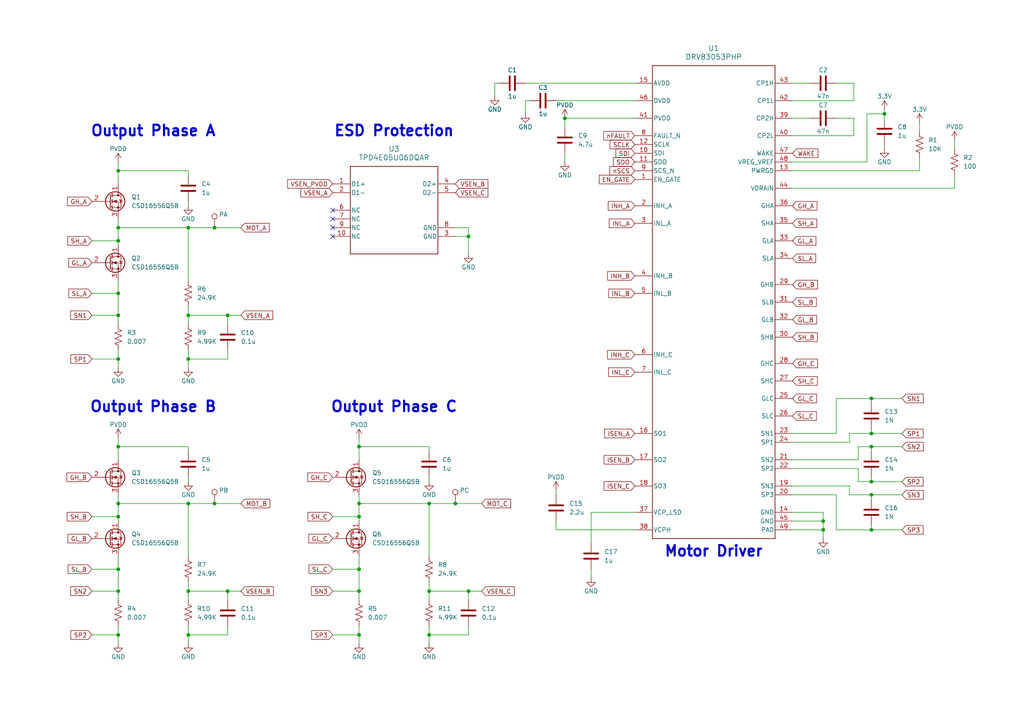
<source format=kicad_sch>
(kicad_sch (version 20231120) (generator "eeschema") (generator_version "8.0")
  (paper "A4")
  (title_block (title "Easy ESC") (date "2024-08-06") (rev "1.0") (company "Buckley Boards "))
  (lib_symbols
    (symbol "Connector:TestPoint" (pin_numbers hide) (pin_names (offset 0.762) hide)
      (property "Reference" "TP" (at 0 6.858 0))
      (property "Value" "TestPoint" (at 0 5.08 0))
      (symbol "TestPoint_0_1"
        (circle (center 0 3.302) (radius 0.762))
      )
      (symbol "TestPoint_1_1"
        (pin passive line (at 0 0 90) (length 2.54) (name "1") (number "1"))
      )
    )
    (symbol "DRV8305:DRV83053PHP" (pin_names (offset 0.254))
      (property "Reference" "U" (at 0 2.54 0))
      (property "Value" "DRV83053PHP" (at 0 0 0))
      (symbol "DRV83053PHP_0_1"
        (polyline (pts (xy -17.78 -68.58) (xy 17.78 -68.58)) (stroke (width 0.2032)))
        (polyline (pts (xy -17.78 68.58) (xy -17.78 -68.58)) (stroke (width 0.2032)))
        (polyline (pts (xy 17.78 -68.58) (xy 17.78 68.58)) (stroke (width 0.2032)))
        (polyline (pts (xy 17.78 68.58) (xy -17.78 68.58)) (stroke (width 0.2032)))
        (pin input line (at -22.86 35.56 0) (length 5.08) (name "EN_GATE") (number "1"))
        (pin input line (at -22.86 43.18 0) (length 5.08) (name "SDI") (number "10"))
        (pin output line (at -22.86 40.64 0) (length 5.08) (name "SDO") (number "11"))
        (pin input line (at -22.86 45.72 0) (length 5.08) (name "SCLK") (number "12"))
        (pin open_collector line (at 22.86 38.1 180) (length 5.08) (name "PWRGD") (number "13"))
        (pin power_in line (at 22.86 -60.96 180) (length 5.08) (name "GND") (number "14"))
        (pin power_in line (at -22.86 63.5 0) (length 5.08) (name "AVDD") (number "15"))
        (pin output line (at -22.86 -38.1 0) (length 5.08) (name "SO1") (number "16"))
        (pin output line (at -22.86 -45.72 0) (length 5.08) (name "SO2") (number "17"))
        (pin output line (at -22.86 -53.34 0) (length 5.08) (name "SO3") (number "18"))
        (pin input line (at 22.86 -53.34 180) (length 5.08) (name "SN3") (number "19"))
        (pin input line (at -22.86 27.94 0) (length 5.08) (name "INH_A") (number "2"))
        (pin input line (at 22.86 -55.88 180) (length 5.08) (name "SP3") (number "20"))
        (pin input line (at 22.86 -45.72 180) (length 5.08) (name "SN2") (number "21"))
        (pin input line (at 22.86 -48.26 180) (length 5.08) (name "SP2") (number "22"))
        (pin input line (at 22.86 -38.1 180) (length 5.08) (name "SN1") (number "23"))
        (pin input line (at 22.86 -40.64 180) (length 5.08) (name "SP1") (number "24"))
        (pin output line (at 22.86 -27.94 180) (length 5.08) (name "GLC") (number "25"))
        (pin input line (at 22.86 -33.02 180) (length 5.08) (name "SLC") (number "26"))
        (pin input line (at 22.86 -22.86 180) (length 5.08) (name "SHC") (number "27"))
        (pin output line (at 22.86 -17.78 180) (length 5.08) (name "GHC") (number "28"))
        (pin output line (at 22.86 5.08 180) (length 5.08) (name "GHB") (number "29"))
        (pin input line (at -22.86 22.86 0) (length 5.08) (name "INL_A") (number "3"))
        (pin input line (at 22.86 -10.16 180) (length 5.08) (name "SHB") (number "30"))
        (pin input line (at 22.86 0 180) (length 5.08) (name "SLB") (number "31"))
        (pin output line (at 22.86 -5.08 180) (length 5.08) (name "GLB") (number "32"))
        (pin output line (at 22.86 17.78 180) (length 5.08) (name "GLA") (number "33"))
        (pin input line (at 22.86 12.7 180) (length 5.08) (name "SLA") (number "34"))
        (pin input line (at 22.86 22.86 180) (length 5.08) (name "SHA") (number "35"))
        (pin output line (at 22.86 27.94 180) (length 5.08) (name "GHA") (number "36"))
        (pin unspecified line (at -22.86 -60.96 0) (length 5.08) (name "VCP_LSD") (number "37"))
        (pin unspecified line (at -22.86 -66.04 0) (length 5.08) (name "VCPH") (number "38"))
        (pin unspecified line (at 22.86 53.34 180) (length 5.08) (name "CP2H") (number "39"))
        (pin input line (at -22.86 7.62 0) (length 5.08) (name "INH_B") (number "4"))
        (pin unspecified line (at 22.86 48.26 180) (length 5.08) (name "CP2L") (number "40"))
        (pin power_in line (at -22.86 53.34 0) (length 5.08) (name "PVDD") (number "41"))
        (pin unspecified line (at 22.86 58.42 180) (length 5.08) (name "CP1L") (number "42"))
        (pin unspecified line (at 22.86 63.5 180) (length 5.08) (name "CP1H") (number "43"))
        (pin power_in line (at 22.86 33.02 180) (length 5.08) (name "VDRAIN") (number "44"))
        (pin power_in line (at 22.86 -63.5 180) (length 5.08) (name "GND") (number "45"))
        (pin power_in line (at -22.86 58.42 0) (length 5.08) (name "DVDD") (number "46"))
        (pin input line (at 22.86 43.18 180) (length 5.08) (name "WAKE") (number "47"))
        (pin power_in line (at 22.86 40.64 180) (length 5.08) (name "VREG_VREF") (number "48"))
        (pin power_in line (at 22.86 -66.04 180) (length 5.08) (name "PAD") (number "49"))
        (pin input line (at -22.86 2.54 0) (length 5.08) (name "INL_B") (number "5"))
        (pin input line (at -22.86 -15.24 0) (length 5.08) (name "INH_C") (number "6"))
        (pin input line (at -22.86 -20.32 0) (length 5.08) (name "INL_C") (number "7"))
        (pin open_collector line (at -22.86 48.26 0) (length 5.08) (name "FAULT_N") (number "8"))
        (pin input line (at -22.86 38.1 0) (length 5.08) (name "SCS_N") (number "9"))
      )
    )
    (symbol "Device:C" (pin_numbers hide) (pin_names (offset 0.254))
      (property "Reference" "C" (at 0.635 2.54 0))
      (property "Value" "C" (at 0.635 -2.54 0))
      (symbol "C_0_1"
        (polyline (pts (xy -2.032 -0.762) (xy 2.032 -0.762)) (stroke (width 0.508)))
        (polyline (pts (xy -2.032 0.762) (xy 2.032 0.762)) (stroke (width 0.508)))
      )
      (symbol "C_1_1"
        (pin passive line (at 0 3.81 270) (length 2.794) (name "~") (number "1"))
        (pin passive line (at 0 -3.81 90) (length 2.794) (name "~") (number "2"))
      )
    )
    (symbol "Device:Q_NMOS_DGS" (pin_names (offset 0) hide)
      (property "Reference" "Q" (at 5.08 1.27 0))
      (property "Value" "Q_NMOS_DGS" (at 5.08 -1.27 0))
      (symbol "Q_NMOS_DGS_0_1"
        (polyline (pts (xy 0.254 0) (xy -2.54 0)))
        (polyline (pts (xy 0.254 1.905) (xy 0.254 -1.905)) (stroke (width 0.254)))
        (polyline (pts (xy 0.762 -1.27) (xy 0.762 -2.286)) (stroke (width 0.254)))
        (polyline (pts (xy 0.762 0.508) (xy 0.762 -0.508)) (stroke (width 0.254)))
        (polyline (pts (xy 0.762 2.286) (xy 0.762 1.27)) (stroke (width 0.254)))
        (polyline (pts (xy 2.54 2.54) (xy 2.54 1.778)))
        (polyline (pts (xy 2.54 -2.54) (xy 2.54 0) (xy 0.762 0)))
        (polyline (pts (xy 0.762 -1.778) (xy 3.302 -1.778) (xy 3.302 1.778) (xy 0.762 1.778)))
        (polyline (pts (xy 1.016 0) (xy 2.032 0.381) (xy 2.032 -0.381) (xy 1.016 0)) (fill (type outline)))
        (polyline (pts (xy 2.794 0.508) (xy 2.921 0.381) (xy 3.683 0.381) (xy 3.81 0.254)))
        (polyline (pts (xy 3.302 0.381) (xy 2.921 -0.254) (xy 3.683 -0.254) (xy 3.302 0.381)))
        (circle (center 1.651 0) (radius 2.794) (stroke (width 0.254)))
        (circle (center 2.54 -1.778) (radius 0.254) (fill (type outline)))
        (circle (center 2.54 1.778) (radius 0.254) (fill (type outline)))
      )
      (symbol "Q_NMOS_DGS_1_1"
        (pin passive line (at 2.54 5.08 270) (length 2.54) (name "D") (number "1"))
        (pin input line (at -5.08 0 0) (length 2.54) (name "G") (number "2"))
        (pin passive line (at 2.54 -5.08 90) (length 2.54) (name "S") (number "3"))
      )
    )
    (symbol "Device:R_US" (pin_numbers hide) (pin_names (offset 0))
      (property "Reference" "R" (at 2.54 0 90))
      (property "Value" "R_US" (at -2.54 0 90))
      (symbol "R_US_0_1"
        (polyline (pts (xy 0 -2.286) (xy 0 -2.54)))
        (polyline (pts (xy 0 2.286) (xy 0 2.54)))
        (polyline (pts (xy 0 -0.762) (xy 1.016 -1.143) (xy 0 -1.524) (xy -1.016 -1.905) (xy 0 -2.286)))
        (polyline (pts (xy 0 0.762) (xy 1.016 0.381) (xy 0 0) (xy -1.016 -0.381) (xy 0 -0.762)))
        (polyline (pts (xy 0 2.286) (xy 1.016 1.905) (xy 0 1.524) (xy -1.016 1.143) (xy 0 0.762)))
      )
      (symbol "R_US_1_1"
        (pin passive line (at 0 3.81 270) (length 1.27) (name "~") (number "1"))
        (pin passive line (at 0 -3.81 90) (length 1.27) (name "~") (number "2"))
      )
    )
    (symbol "TPD4E05U06DQAR:TPD4E05U06DQAR" (pin_names (offset 0.254))
      (property "Reference" "U" (at 0 2.54 0))
      (property "Value" "TPD4E05U06DQAR" (at 0 0 0))
      (symbol "TPD4E05U06DQAR_0_1"
        (polyline (pts (xy -12.7 -12.7) (xy 12.7 -12.7)) (stroke (width 0.2032)))
        (polyline (pts (xy -12.7 12.7) (xy -12.7 -12.7)) (stroke (width 0.2032)))
        (polyline (pts (xy 12.7 -12.7) (xy 12.7 12.7)) (stroke (width 0.2032)))
        (polyline (pts (xy 12.7 12.7) (xy -12.7 12.7)) (stroke (width 0.2032)))
        (pin bidirectional line (at -17.78 7.62 0) (length 5.08) (name "D1+") (number "1"))
        (pin unspecified line (at -17.78 -7.62 0) (length 5.08) (name "NC") (number "10"))
        (pin bidirectional line (at -17.78 5.08 0) (length 5.08) (name "D1-") (number "2"))
        (pin power_in line (at 17.78 -7.62 180) (length 5.08) (name "GND") (number "3"))
        (pin bidirectional line (at 17.78 7.62 180) (length 5.08) (name "D2+") (number "4"))
        (pin bidirectional line (at 17.78 5.08 180) (length 5.08) (name "D2-") (number "5"))
        (pin unspecified line (at -17.78 0 0) (length 5.08) (name "NC") (number "6"))
        (pin unspecified line (at -17.78 -2.54 0) (length 5.08) (name "NC") (number "7"))
        (pin power_in line (at 17.78 -5.08 180) (length 5.08) (name "GND") (number "8"))
        (pin unspecified line (at -17.78 -5.08 0) (length 5.08) (name "NC") (number "9"))
      )
    )
    (symbol "power:GND" (power) (pin_numbers hide) (pin_names (offset 0) hide)
      (property "Value" "GND" (at 0 -3.81 0))
      (symbol "GND_0_1"
        (polyline (pts (xy 0 0) (xy 0 -1.27) (xy 1.27 -1.27) (xy 0 -2.54) (xy -1.27 -1.27) (xy 0 -1.27)))
      )
      (symbol "GND_1_1"
        (pin power_in line (at 0 0 270) (length 0) (name "~") (number "1"))
      )
    )
    (symbol "power:VDC" (power) (pin_numbers hide) (pin_names (offset 0) hide)
      (property "Value" "VDC" (at 0 3.556 0))
      (symbol "VDC_0_1"
        (polyline (pts (xy -0.762 1.27) (xy 0 2.54)))
        (polyline (pts (xy 0 0) (xy 0 2.54)))
        (polyline (pts (xy 0 2.54) (xy 0.762 1.27)))
      )
      (symbol "VDC_1_1"
        (pin power_in line (at 0 0 90) (length 0) (name "~") (number "1"))
      )
    )
  )
  (junction (at 34.29 91.44))
  (junction (at 62.23 146.05))
  (junction (at 34.29 85.09))
  (junction (at 34.29 66.04))
  (junction (at 104.14 129.54))
  (junction (at 66.04 91.44))
  (junction (at 34.29 165.1))
  (junction (at 34.29 146.05))
  (junction (at 252.73 139.7))
  (junction (at 252.73 115.57))
  (junction (at 54.61 171.45))
  (junction (at 66.04 171.45))
  (junction (at 124.46 184.15))
  (junction (at 135.89 68.58))
  (junction (at 135.89 171.45))
  (junction (at 34.29 184.15))
  (junction (at 256.54 33.02))
  (junction (at 54.61 184.15))
  (junction (at 34.29 171.45))
  (junction (at 34.29 149.86))
  (junction (at 238.76 151.13))
  (junction (at 252.73 129.54))
  (junction (at 124.46 146.05))
  (junction (at 104.14 165.1))
  (junction (at 132.08 146.05))
  (junction (at 34.29 49.53))
  (junction (at 34.29 104.14))
  (junction (at 104.14 149.86))
  (junction (at 104.14 146.05))
  (junction (at 238.76 153.67))
  (junction (at 104.14 184.15))
  (junction (at 163.83 34.29))
  (junction (at 104.14 171.45))
  (junction (at 54.61 91.44))
  (junction (at 34.29 69.85))
  (junction (at 54.61 146.05))
  (junction (at 54.61 104.14))
  (junction (at 34.29 129.54))
  (junction (at 124.46 171.45))
  (junction (at 252.73 125.73))
  (junction (at 62.23 66.04))
  (junction (at 54.61 66.04))
  (junction (at 252.73 153.67))
  (junction (at 252.73 143.51))
  (no_connect (at 96.52 60.96))
  (no_connect (at 96.52 66.04))
  (no_connect (at 96.52 68.58))
  (no_connect (at 96.52 63.5))
  (wire (pts (xy 161.29 142.24) (xy 161.29 143.51)))
  (wire (pts (xy 34.29 129.54) (xy 34.29 133.35)))
  (wire (pts (xy 256.54 31.75) (xy 256.54 33.02)))
  (wire (pts (xy 246.38 125.73) (xy 246.38 128.27)))
  (wire (pts (xy 251.46 33.02) (xy 256.54 33.02)))
  (wire (pts (xy 144.78 24.13) (xy 143.51 24.13)))
  (wire (pts (xy 229.87 29.21) (xy 247.65 29.21)))
  (wire (pts (xy 96.52 184.15) (xy 104.14 184.15)))
  (wire (pts (xy 54.61 66.04) (xy 62.23 66.04)))
  (wire (pts (xy 34.29 63.5) (xy 34.29 66.04)))
  (wire (pts (xy 124.46 184.15) (xy 135.89 184.15)))
  (wire (pts (xy 26.67 149.86) (xy 34.29 149.86)))
  (wire (pts (xy 104.14 129.54) (xy 104.14 133.35)))
  (wire (pts (xy 26.67 184.15) (xy 34.29 184.15)))
  (wire (pts (xy 104.14 146.05) (xy 124.46 146.05)))
  (wire (pts (xy 54.61 66.04) (xy 54.61 81.28)))
  (wire (pts (xy 34.29 66.04) (xy 54.61 66.04)))
  (wire (pts (xy 229.87 135.89) (xy 248.92 135.89)))
  (wire (pts (xy 124.46 146.05) (xy 124.46 161.29)))
  (wire (pts (xy 229.87 125.73) (xy 242.57 125.73)))
  (wire (pts (xy 54.61 181.61) (xy 54.61 184.15)))
  (wire (pts (xy 104.14 171.45) (xy 104.14 173.99)))
  (wire (pts (xy 256.54 33.02) (xy 256.54 34.29)))
  (wire (pts (xy 104.14 127) (xy 104.14 129.54)))
  (wire (pts (xy 34.29 69.85) (xy 34.29 71.12)))
  (wire (pts (xy 96.52 171.45) (xy 104.14 171.45)))
  (wire (pts (xy 26.67 85.09) (xy 34.29 85.09)))
  (wire (pts (xy 229.87 46.99) (xy 251.46 46.99)))
  (wire (pts (xy 229.87 39.37) (xy 247.65 39.37)))
  (wire (pts (xy 34.29 49.53) (xy 34.29 53.34)))
  (wire (pts (xy 252.73 115.57) (xy 261.62 115.57)))
  (wire (pts (xy 229.87 133.35) (xy 248.92 133.35)))
  (wire (pts (xy 34.29 184.15) (xy 34.29 186.69)))
  (wire (pts (xy 34.29 91.44) (xy 34.29 85.09)))
  (wire (pts (xy 242.57 115.57) (xy 252.73 115.57)))
  (wire (pts (xy 96.52 165.1) (xy 104.14 165.1)))
  (wire (pts (xy 242.57 115.57) (xy 242.57 125.73)))
  (wire (pts (xy 252.73 115.57) (xy 252.73 116.84)))
  (wire (pts (xy 34.29 129.54) (xy 54.61 129.54)))
  (wire (pts (xy 132.08 66.04) (xy 135.89 66.04)))
  (wire (pts (xy 238.76 151.13) (xy 238.76 153.67)))
  (wire (pts (xy 248.92 133.35) (xy 248.92 129.54)))
  (wire (pts (xy 54.61 104.14) (xy 54.61 106.68)))
  (wire (pts (xy 135.89 68.58) (xy 132.08 68.58)))
  (wire (pts (xy 135.89 66.04) (xy 135.89 68.58)))
  (wire (pts (xy 229.87 24.13) (xy 234.95 24.13)))
  (wire (pts (xy 143.51 24.13) (xy 143.51 27.94)))
  (wire (pts (xy 124.46 181.61) (xy 124.46 184.15)))
  (wire (pts (xy 132.08 146.05) (xy 139.7 146.05)))
  (wire (pts (xy 184.15 153.67) (xy 161.29 153.67)))
  (wire (pts (xy 34.29 143.51) (xy 34.29 146.05)))
  (wire (pts (xy 247.65 39.37) (xy 247.65 34.29)))
  (wire (pts (xy 163.83 34.29) (xy 184.15 34.29)))
  (wire (pts (xy 252.73 129.54) (xy 261.62 129.54)))
  (wire (pts (xy 66.04 104.14) (xy 66.04 101.6)))
  (wire (pts (xy 34.29 91.44) (xy 34.29 93.98)))
  (wire (pts (xy 26.67 165.1) (xy 34.29 165.1)))
  (wire (pts (xy 104.14 143.51) (xy 104.14 146.05)))
  (wire (pts (xy 242.57 143.51) (xy 229.87 143.51)))
  (wire (pts (xy 252.73 153.67) (xy 252.73 152.4)))
  (wire (pts (xy 34.29 127) (xy 34.29 129.54)))
  (wire (pts (xy 104.14 149.86) (xy 104.14 151.13)))
  (wire (pts (xy 248.92 129.54) (xy 252.73 129.54)))
  (wire (pts (xy 266.7 49.53) (xy 229.87 49.53)))
  (wire (pts (xy 26.67 171.45) (xy 34.29 171.45)))
  (wire (pts (xy 34.29 165.1) (xy 34.29 161.29)))
  (wire (pts (xy 135.89 73.66) (xy 135.89 68.58)))
  (wire (pts (xy 66.04 171.45) (xy 69.85 171.45)))
  (wire (pts (xy 163.83 44.45) (xy 163.83 46.99)))
  (wire (pts (xy 161.29 29.21) (xy 184.15 29.21)))
  (wire (pts (xy 54.61 49.53) (xy 54.61 50.8)))
  (wire (pts (xy 252.73 143.51) (xy 252.73 144.78)))
  (wire (pts (xy 163.83 36.83) (xy 163.83 34.29)))
  (wire (pts (xy 54.61 91.44) (xy 54.61 88.9)))
  (wire (pts (xy 34.29 171.45) (xy 34.29 173.99)))
  (wire (pts (xy 242.57 153.67) (xy 252.73 153.67)))
  (wire (pts (xy 54.61 129.54) (xy 54.61 130.81)))
  (wire (pts (xy 66.04 91.44) (xy 66.04 93.98)))
  (wire (pts (xy 124.46 173.99) (xy 124.46 171.45)))
  (wire (pts (xy 256.54 41.91) (xy 256.54 43.18)))
  (wire (pts (xy 229.87 151.13) (xy 238.76 151.13)))
  (wire (pts (xy 266.7 45.72) (xy 266.7 49.53)))
  (wire (pts (xy 54.61 138.43) (xy 54.61 139.7)))
  (wire (pts (xy 252.73 125.73) (xy 252.73 124.46)))
  (wire (pts (xy 54.61 146.05) (xy 54.61 161.29)))
  (wire (pts (xy 34.29 46.99) (xy 34.29 49.53)))
  (wire (pts (xy 62.23 146.05) (xy 69.85 146.05)))
  (wire (pts (xy 34.29 85.09) (xy 34.29 81.28)))
  (wire (pts (xy 246.38 140.97) (xy 229.87 140.97)))
  (wire (pts (xy 66.04 91.44) (xy 69.85 91.44)))
  (wire (pts (xy 229.87 153.67) (xy 238.76 153.67)))
  (wire (pts (xy 34.29 104.14) (xy 34.29 106.68)))
  (wire (pts (xy 104.14 129.54) (xy 124.46 129.54)))
  (wire (pts (xy 124.46 138.43) (xy 124.46 139.7)))
  (wire (pts (xy 247.65 34.29) (xy 242.57 34.29)))
  (wire (pts (xy 248.92 139.7) (xy 252.73 139.7)))
  (wire (pts (xy 171.45 157.48) (xy 171.45 148.59)))
  (wire (pts (xy 171.45 165.1) (xy 171.45 167.64)))
  (wire (pts (xy 252.73 139.7) (xy 261.62 139.7)))
  (wire (pts (xy 229.87 128.27) (xy 246.38 128.27)))
  (wire (pts (xy 238.76 153.67) (xy 238.76 156.21)))
  (wire (pts (xy 152.4 29.21) (xy 153.67 29.21)))
  (wire (pts (xy 66.04 91.44) (xy 54.61 91.44)))
  (wire (pts (xy 276.86 40.64) (xy 276.86 43.18)))
  (wire (pts (xy 252.73 139.7) (xy 252.73 138.43)))
  (wire (pts (xy 252.73 125.73) (xy 261.62 125.73)))
  (wire (pts (xy 54.61 171.45) (xy 54.61 168.91)))
  (wire (pts (xy 242.57 153.67) (xy 242.57 143.51)))
  (wire (pts (xy 62.23 66.04) (xy 69.85 66.04)))
  (wire (pts (xy 135.89 171.45) (xy 124.46 171.45)))
  (wire (pts (xy 104.14 184.15) (xy 104.14 186.69)))
  (wire (pts (xy 54.61 146.05) (xy 62.23 146.05)))
  (wire (pts (xy 135.89 184.15) (xy 135.89 181.61)))
  (wire (pts (xy 124.46 129.54) (xy 124.46 130.81)))
  (wire (pts (xy 54.61 184.15) (xy 54.61 186.69)))
  (wire (pts (xy 54.61 93.98) (xy 54.61 91.44)))
  (wire (pts (xy 124.46 171.45) (xy 124.46 168.91)))
  (wire (pts (xy 26.67 91.44) (xy 34.29 91.44)))
  (wire (pts (xy 104.14 146.05) (xy 104.14 149.86)))
  (wire (pts (xy 66.04 171.45) (xy 54.61 171.45)))
  (wire (pts (xy 34.29 171.45) (xy 34.29 165.1)))
  (wire (pts (xy 229.87 34.29) (xy 234.95 34.29)))
  (wire (pts (xy 54.61 173.99) (xy 54.61 171.45)))
  (wire (pts (xy 135.89 171.45) (xy 139.7 171.45)))
  (wire (pts (xy 246.38 143.51) (xy 246.38 140.97)))
  (wire (pts (xy 34.29 66.04) (xy 34.29 69.85)))
  (wire (pts (xy 104.14 165.1) (xy 104.14 161.29)))
  (wire (pts (xy 238.76 148.59) (xy 238.76 151.13)))
  (wire (pts (xy 34.29 104.14) (xy 34.29 101.6)))
  (wire (pts (xy 34.29 149.86) (xy 34.29 151.13)))
  (wire (pts (xy 54.61 104.14) (xy 66.04 104.14)))
  (wire (pts (xy 152.4 33.02) (xy 152.4 29.21)))
  (wire (pts (xy 66.04 184.15) (xy 66.04 181.61)))
  (wire (pts (xy 34.29 146.05) (xy 54.61 146.05)))
  (wire (pts (xy 246.38 125.73) (xy 252.73 125.73)))
  (wire (pts (xy 26.67 69.85) (xy 34.29 69.85)))
  (wire (pts (xy 26.67 104.14) (xy 34.29 104.14)))
  (wire (pts (xy 252.73 143.51) (xy 261.62 143.51)))
  (wire (pts (xy 266.7 35.56) (xy 266.7 38.1)))
  (wire (pts (xy 34.29 184.15) (xy 34.29 181.61)))
  (wire (pts (xy 252.73 153.67) (xy 261.62 153.67)))
  (wire (pts (xy 34.29 146.05) (xy 34.29 149.86)))
  (wire (pts (xy 251.46 46.99) (xy 251.46 33.02)))
  (wire (pts (xy 34.29 49.53) (xy 54.61 49.53)))
  (wire (pts (xy 54.61 58.42) (xy 54.61 59.69)))
  (wire (pts (xy 171.45 148.59) (xy 184.15 148.59)))
  (wire (pts (xy 229.87 148.59) (xy 238.76 148.59)))
  (wire (pts (xy 124.46 146.05) (xy 132.08 146.05)))
  (wire (pts (xy 276.86 50.8) (xy 276.86 54.61)))
  (wire (pts (xy 252.73 129.54) (xy 252.73 130.81)))
  (wire (pts (xy 124.46 184.15) (xy 124.46 186.69)))
  (wire (pts (xy 152.4 24.13) (xy 184.15 24.13)))
  (wire (pts (xy 96.52 149.86) (xy 104.14 149.86)))
  (wire (pts (xy 54.61 101.6) (xy 54.61 104.14)))
  (wire (pts (xy 104.14 184.15) (xy 104.14 181.61)))
  (wire (pts (xy 246.38 143.51) (xy 252.73 143.51)))
  (wire (pts (xy 229.87 54.61) (xy 276.86 54.61)))
  (wire (pts (xy 135.89 171.45) (xy 135.89 173.99)))
  (wire (pts (xy 54.61 184.15) (xy 66.04 184.15)))
  (wire (pts (xy 66.04 171.45) (xy 66.04 173.99)))
  (wire (pts (xy 161.29 153.67) (xy 161.29 151.13)))
  (wire (pts (xy 247.65 24.13) (xy 242.57 24.13)))
  (wire (pts (xy 104.14 171.45) (xy 104.14 165.1)))
  (wire (pts (xy 248.92 135.89) (xy 248.92 139.7)))
  (wire (pts (xy 247.65 29.21) (xy 247.65 24.13)))
  (text "Output Phase A\n" (at 44.45 38.1 0) (effects (font (size 3.048 3.048) (bold yes))))
  (text "ESD Protection\n" (at 114.3 38.1 0) (effects (font (size 3.048 3.048) (bold yes))))
  (text "Output Phase C\n" (at 114.3 118.11 0) (effects (font (size 3.048 3.048) (bold yes))))
  (text "Motor Driver" (at 207.01 160.02 0) (effects (font (size 3.048 3.048) (bold yes))))
  (text "Output Phase B" (at 44.45 118.11 0) (effects (font (size 3.048 3.048) (bold yes))))
  (global_label "SH_A" (shape input) (at 26.67 69.85 180) (property "Intersheetrefs" "${INTERSHEET_REFS}" (effects (hide yes))))
  (global_label "SL_C" (shape input) (at 229.87 120.65 0) (property "Intersheetrefs" "${INTERSHEET_REFS}" (effects (hide yes))))
  (global_label "SH_C" (shape input) (at 96.52 149.86 180) (property "Intersheetrefs" "${INTERSHEET_REFS}" (effects (hide yes))))
  (global_label "GH_C" (shape input) (at 96.52 138.43 180) (property "Intersheetrefs" "${INTERSHEET_REFS}" (effects (hide yes))))
  (global_label "SH_B" (shape input) (at 229.87 97.79 0) (property "Intersheetrefs" "${INTERSHEET_REFS}" (effects (hide yes))))
  (global_label "ISEN_A" (shape input) (at 184.15 125.73 180) (property "Intersheetrefs" "${INTERSHEET_REFS}" (effects (hide yes))))
  (global_label "SP3" (shape input) (at 96.52 184.15 180) (property "Intersheetrefs" "${INTERSHEET_REFS}" (effects (hide yes))))
  (global_label "INL_A" (shape input) (at 184.15 64.77 180) (property "Intersheetrefs" "${INTERSHEET_REFS}" (effects (hide yes))))
  (global_label "SL_A" (shape input) (at 26.67 85.09 180) (property "Intersheetrefs" "${INTERSHEET_REFS}" (effects (hide yes))))
  (global_label "SL_A" (shape input) (at 229.87 74.93 0) (property "Intersheetrefs" "${INTERSHEET_REFS}" (effects (hide yes))))
  (global_label "SN3" (shape input) (at 96.52 171.45 180) (property "Intersheetrefs" "${INTERSHEET_REFS}" (effects (hide yes))))
  (global_label "SCLK" (shape input) (at 184.15 41.91 180) (property "Intersheetrefs" "${INTERSHEET_REFS}" (effects (hide yes))))
  (global_label "VSEN_C" (shape input) (at 132.08 55.88 0) (property "Intersheetrefs" "${INTERSHEET_REFS}" (effects (hide yes))))
  (global_label "INH_C" (shape input) (at 184.15 102.87 180) (property "Intersheetrefs" "${INTERSHEET_REFS}" (effects (hide yes))))
  (global_label "SP3" (shape input) (at 261.62 153.67 0) (property "Intersheetrefs" "${INTERSHEET_REFS}" (effects (hide yes))))
  (global_label "GH_C" (shape input) (at 229.87 105.41 0) (property "Intersheetrefs" "${INTERSHEET_REFS}" (effects (hide yes))))
  (global_label "nSCS" (shape input) (at 184.15 49.53 180) (property "Intersheetrefs" "${INTERSHEET_REFS}" (effects (hide yes))))
  (global_label "SP1" (shape input) (at 26.67 104.14 180) (property "Intersheetrefs" "${INTERSHEET_REFS}" (effects (hide yes))))
  (global_label "VSEN_B" (shape input) (at 69.85 171.45 0) (property "Intersheetrefs" "${INTERSHEET_REFS}" (effects (hide yes))))
  (global_label "SN1" (shape input) (at 261.62 115.57 0) (property "Intersheetrefs" "${INTERSHEET_REFS}" (effects (hide yes))))
  (global_label "INL_C" (shape input) (at 184.15 107.95 180) (property "Intersheetrefs" "${INTERSHEET_REFS}" (effects (hide yes))))
  (global_label "SH_B" (shape input) (at 26.67 149.86 180) (property "Intersheetrefs" "${INTERSHEET_REFS}" (effects (hide yes))))
  (global_label "SH_C" (shape input) (at 229.87 110.49 0) (property "Intersheetrefs" "${INTERSHEET_REFS}" (effects (hide yes))))
  (global_label "GL_A" (shape input) (at 229.87 69.85 0) (property "Intersheetrefs" "${INTERSHEET_REFS}" (effects (hide yes))))
  (global_label "SN2" (shape input) (at 261.62 129.54 0) (property "Intersheetrefs" "${INTERSHEET_REFS}" (effects (hide yes))))
  (global_label "INH_B" (shape input) (at 184.15 80.01 180) (property "Intersheetrefs" "${INTERSHEET_REFS}" (effects (hide yes))))
  (global_label "GL_B" (shape input) (at 26.67 156.21 180) (property "Intersheetrefs" "${INTERSHEET_REFS}" (effects (hide yes))))
  (global_label "INH_A" (shape input) (at 184.15 59.69 180) (property "Intersheetrefs" "${INTERSHEET_REFS}" (effects (hide yes))))
  (global_label "GH_B" (shape input) (at 26.67 138.43 180) (property "Intersheetrefs" "${INTERSHEET_REFS}" (effects (hide yes))))
  (global_label "GL_B" (shape input) (at 229.87 92.71 0) (property "Intersheetrefs" "${INTERSHEET_REFS}" (effects (hide yes))))
  (global_label "ISEN_B" (shape input) (at 184.15 133.35 180) (property "Intersheetrefs" "${INTERSHEET_REFS}" (effects (hide yes))))
  (global_label "SP2" (shape input) (at 261.62 139.7 0) (property "Intersheetrefs" "${INTERSHEET_REFS}" (effects (hide yes))))
  (global_label "MOT_C" (shape input) (at 139.7 146.05 0) (property "Intersheetrefs" "${INTERSHEET_REFS}" (effects (hide yes))))
  (global_label "SN3" (shape input) (at 261.62 143.51 0) (property "Intersheetrefs" "${INTERSHEET_REFS}" (effects (hide yes))))
  (global_label "MOT_B" (shape input) (at 69.85 146.05 0) (property "Intersheetrefs" "${INTERSHEET_REFS}" (effects (hide yes))))
  (global_label "SN2" (shape input) (at 26.67 171.45 180) (property "Intersheetrefs" "${INTERSHEET_REFS}" (effects (hide yes))))
  (global_label "VSEN_B" (shape input) (at 132.08 53.34 0) (property "Intersheetrefs" "${INTERSHEET_REFS}" (effects (hide yes))))
  (global_label "SDO" (shape input) (at 184.15 46.99 180) (property "Intersheetrefs" "${INTERSHEET_REFS}" (effects (hide yes))))
  (global_label "GH_B" (shape input) (at 229.87 82.55 0) (property "Intersheetrefs" "${INTERSHEET_REFS}" (effects (hide yes))))
  (global_label "SH_A" (shape input) (at 229.87 64.77 0) (property "Intersheetrefs" "${INTERSHEET_REFS}" (effects (hide yes))))
  (global_label "SP2" (shape input) (at 26.67 184.15 180) (property "Intersheetrefs" "${INTERSHEET_REFS}" (effects (hide yes))))
  (global_label "GL_C" (shape input) (at 229.87 115.57 0) (property "Intersheetrefs" "${INTERSHEET_REFS}" (effects (hide yes))))
  (global_label "WAKE" (shape input) (at 229.87 44.45 0) (property "Intersheetrefs" "${INTERSHEET_REFS}" (effects (hide yes))))
  (global_label "GH_A" (shape input) (at 229.87 59.69 0) (property "Intersheetrefs" "${INTERSHEET_REFS}" (effects (hide yes))))
  (global_label "SL_C" (shape input) (at 96.52 165.1 180) (property "Intersheetrefs" "${INTERSHEET_REFS}" (effects (hide yes))))
  (global_label "MOT_A" (shape input) (at 69.85 66.04 0) (property "Intersheetrefs" "${INTERSHEET_REFS}" (effects (hide yes))))
  (global_label "GL_C" (shape input) (at 96.52 156.21 180) (property "Intersheetrefs" "${INTERSHEET_REFS}" (effects (hide yes))))
  (global_label "ISEN_C" (shape input) (at 184.15 140.97 180) (property "Intersheetrefs" "${INTERSHEET_REFS}" (effects (hide yes))))
  (global_label "EN_GATE" (shape input) (at 184.15 52.07 180) (property "Intersheetrefs" "${INTERSHEET_REFS}" (effects (hide yes))))
  (global_label "SP1" (shape input) (at 261.62 125.73 0) (property "Intersheetrefs" "${INTERSHEET_REFS}" (effects (hide yes))))
  (global_label "GH_A" (shape input) (at 26.67 58.42 180) (property "Intersheetrefs" "${INTERSHEET_REFS}" (effects (hide yes))))
  (global_label "SN1" (shape input) (at 26.67 91.44 180) (property "Intersheetrefs" "${INTERSHEET_REFS}" (effects (hide yes))))
  (global_label "INL_B" (shape input) (at 184.15 85.09 180) (property "Intersheetrefs" "${INTERSHEET_REFS}" (effects (hide yes))))
  (global_label "VSEN_A" (shape input) (at 69.85 91.44 0) (property "Intersheetrefs" "${INTERSHEET_REFS}" (effects (hide yes))))
  (global_label "SL_B" (shape input) (at 229.87 87.63 0) (property "Intersheetrefs" "${INTERSHEET_REFS}" (effects (hide yes))))
  (global_label "SL_B" (shape input) (at 26.67 165.1 180) (property "Intersheetrefs" "${INTERSHEET_REFS}" (effects (hide yes))))
  (global_label "SDI" (shape input) (at 184.15 44.45 180) (property "Intersheetrefs" "${INTERSHEET_REFS}" (effects (hide yes))))
  (global_label "nFAULT" (shape input) (at 184.15 39.37 180) (property "Intersheetrefs" "${INTERSHEET_REFS}" (effects (hide yes))))
  (global_label "VSEN_A" (shape input) (at 96.52 55.88 180) (property "Intersheetrefs" "${INTERSHEET_REFS}" (effects (hide yes))))
  (global_label "VSEN_PVDD" (shape input) (at 96.52 53.34 180) (property "Intersheetrefs" "${INTERSHEET_REFS}" (effects (hide yes))))
  (global_label "GL_A" (shape input) (at 26.67 76.2 180) (property "Intersheetrefs" "${INTERSHEET_REFS}" (effects (hide yes))))
  (global_label "VSEN_C" (shape input) (at 139.7 171.45 0) (property "Intersheetrefs" "${INTERSHEET_REFS}" (effects (hide yes))))
  (symbol (lib_id "Device:Q_NMOS_DGS") (at 31.75 138.43 0) (unit 1)
    (property "Reference" "Q3" (at 38.1 137.1599 0) (effects (justify left)))
    (property "Value" "CSD16556Q5B" (at 38.1 139.6999 0) (effects (justify left)))
    (property "Footprint" "CSD16556Q5B:DNK0008A" (effects (hide yes)))
    (property "Description" "N-MOSFET transistor, drain/gate/source" (effects (hide yes)))
  )
  (symbol (lib_id "power:GND") (at 54.61 59.69 0) (unit 1)
    (property "Reference" "#PWR014" (effects (hide yes)))
    (property "Value" "GND" (at 54.61 63.5 0))
    (property "Description" "Power symbol creates a global label with name \"GND\" , ground" (effects (hide yes)))
  )
  (symbol (lib_id "DRV8305:DRV83053PHP") (at 207.01 87.63 0) (unit 1)
    (property "Reference" "U1" (at 207.01 13.97 0) (effects (font (size 1.524 1.524))))
    (property "Value" "DRV83053PHP" (at 207.01 16.51 0) (effects (font (size 1.524 1.524))))
    (property "Footprint" "DRV8305:PHP0048G_N" (effects (hide yes)))
    (property "Datasheet" "DRV83053PHP" (effects (hide yes)))
  )
  (symbol (lib_id "power:VDC") (at 161.29 142.24 0) (unit 1)
    (property "Reference" "#PWR05" (effects (hide yes)))
    (property "Value" "PVDD" (at 161.29 138.43 0))
    (property "Description" "Power symbol creates a global label with name \"VDC\"" (effects (hide yes)))
  )
  (symbol (lib_id "Device:Q_NMOS_DGS") (at 31.75 76.2 0) (unit 1)
    (property "Reference" "Q2" (at 38.1 74.9299 0) (effects (justify left)))
    (property "Value" "CSD16556Q5B" (at 38.1 77.4699 0) (effects (justify left)))
    (property "Footprint" "CSD16556Q5B:DNK0008A" (effects (hide yes)))
    (property "Description" "N-MOSFET transistor, drain/gate/source" (effects (hide yes)))
  )
  (symbol (lib_id "Connector:TestPoint") (at 62.23 66.04 0) (unit 1)
    (property "Reference" "PA" (at 63.5 62.23 0) (effects (justify left)))
    (property "Value" "TestPoint" (effects (hide yes)))
    (property "Description" "test point" (effects (hide yes)))
  )
  (symbol (lib_id "power:GND") (at 152.4 33.02 0) (unit 1)
    (property "Reference" "#PWR03" (effects (hide yes)))
    (property "Value" "GND" (at 152.4 36.83 0))
    (property "Description" "Power symbol creates a global label with name \"GND\" , ground" (effects (hide yes)))
  )
  (symbol (lib_id "Device:Q_NMOS_DGS") (at 101.6 156.21 0) (unit 1)
    (property "Reference" "Q6" (at 107.95 154.9399 0) (effects (justify left)))
    (property "Value" "CSD16556Q5B" (at 107.95 157.4799 0) (effects (justify left)))
    (property "Footprint" "CSD16556Q5B:DNK0008A" (effects (hide yes)))
    (property "Description" "N-MOSFET transistor, drain/gate/source" (effects (hide yes)))
  )
  (symbol (lib_id "Device:R_US") (at 104.14 177.8 0) (unit 1)
    (property "Reference" "R5" (at 106.68 176.5299 0) (effects (justify left)))
    (property "Value" "0.007" (at 106.68 179.0699 0) (effects (justify left)))
    (property "Description" "Resistor, US symbol" (effects (hide yes)))
  )
  (symbol (lib_id "power:GND") (at 34.29 186.69 0) (unit 1)
    (property "Reference" "#PWR017" (effects (hide yes)))
    (property "Value" "GND" (at 34.29 190.5 0))
    (property "Description" "Power symbol creates a global label with name \"GND\" , ground" (effects (hide yes)))
  )
  (symbol (lib_id "Connector:TestPoint") (at 132.08 146.05 0) (unit 1)
    (property "Reference" "PC" (at 133.35 142.24 0) (effects (justify left)))
    (property "Value" "TestPoint" (effects (hide yes)))
    (property "Description" "test point" (effects (hide yes)))
  )
  (symbol (lib_id "Device:C") (at 238.76 24.13 90) (unit 1)
    (property "Reference" "C2" (at 238.76 20.32 90))
    (property "Value" "47n" (at 238.76 27.94 90))
    (property "Description" "Unpolarized capacitor" (effects (hide yes)))
  )
  (symbol (lib_id "Connector:TestPoint") (at 62.23 146.05 0) (unit 1)
    (property "Reference" "PB" (at 63.5 142.24 0) (effects (justify left)))
    (property "Value" "TestPoint" (effects (hide yes)))
    (property "Description" "test point" (effects (hide yes)))
  )
  (symbol (lib_id "power:GND") (at 54.61 186.69 0) (unit 1)
    (property "Reference" "#PWR019" (effects (hide yes)))
    (property "Value" "GND" (at 54.61 190.5 0))
    (property "Description" "Power symbol creates a global label with name \"GND\" , ground" (effects (hide yes)))
  )
  (symbol (lib_id "power:GND") (at 54.61 106.68 0) (unit 1)
    (property "Reference" "#PWR015" (effects (hide yes)))
    (property "Value" "GND" (at 54.61 110.49 0))
    (property "Description" "Power symbol creates a global label with name \"GND\" , ground" (effects (hide yes)))
  )
  (symbol (lib_id "power:VDC") (at 34.29 127 0) (unit 1)
    (property "Reference" "#PWR016" (effects (hide yes)))
    (property "Value" "PVDD" (at 34.29 123.19 0))
    (property "Description" "Power symbol creates a global label with name \"VDC\"" (effects (hide yes)))
  )
  (symbol (lib_id "Device:R_US") (at 54.61 85.09 0) (unit 1)
    (property "Reference" "R6" (at 57.15 83.8199 0) (effects (justify left)))
    (property "Value" "24.9K" (at 57.15 86.3599 0) (effects (justify left)))
    (property "Description" "Resistor, US symbol" (effects (hide yes)))
  )
  (symbol (lib_id "power:VDC") (at 276.86 40.64 0) (unit 1)
    (property "Reference" "#PWR010" (effects (hide yes)))
    (property "Value" "PVDD" (at 276.86 36.83 0))
    (property "Description" "Power symbol creates a global label with name \"VDC\"" (effects (hide yes)))
  )
  (symbol (lib_id "Device:C") (at 252.73 134.62 0) (unit 1)
    (property "Reference" "C14" (at 256.54 133.3499 0) (effects (justify left)))
    (property "Value" "1N" (at 256.54 135.8899 0) (effects (justify left)))
    (property "Description" "Unpolarized capacitor" (effects (hide yes)))
  )
  (symbol (lib_id "Device:Q_NMOS_DGS") (at 31.75 156.21 0) (unit 1)
    (property "Reference" "Q4" (at 38.1 154.9399 0) (effects (justify left)))
    (property "Value" "CSD16556Q5B" (at 38.1 157.4799 0) (effects (justify left)))
    (property "Footprint" "CSD16556Q5B:DNK0008A" (effects (hide yes)))
    (property "Description" "N-MOSFET transistor, drain/gate/source" (effects (hide yes)))
  )
  (symbol (lib_id "power:VDC") (at 104.14 127 0) (unit 1)
    (property "Reference" "#PWR020" (effects (hide yes)))
    (property "Value" "PVDD" (at 104.14 123.19 0))
    (property "Description" "Power symbol creates a global label with name \"VDC\"" (effects (hide yes)))
  )
  (symbol (lib_id "Device:C") (at 163.83 40.64 0) (unit 1)
    (property "Reference" "C9" (at 167.64 39.3699 0) (effects (justify left)))
    (property "Value" "4.7u" (at 167.64 41.9099 0) (effects (justify left)))
    (property "Description" "Unpolarized capacitor" (effects (hide yes)))
  )
  (symbol (lib_id "Device:R_US") (at 276.86 46.99 0) (unit 1)
    (property "Reference" "R2" (at 279.4 45.7199 0) (effects (justify left)))
    (property "Value" "100" (at 279.4 48.2599 0) (effects (justify left)))
    (property "Description" "Resistor, US symbol" (effects (hide yes)))
  )
  (symbol (lib_id "power:VDC") (at 256.54 31.75 0) (unit 1)
    (property "Reference" "#PWR08" (effects (hide yes)))
    (property "Value" "3.3V" (at 256.54 27.94 0))
    (property "Description" "Power symbol creates a global label with name \"VDC\"" (effects (hide yes)))
  )
  (symbol (lib_id "Device:R_US") (at 54.61 165.1 0) (unit 1)
    (property "Reference" "R7" (at 57.15 163.8299 0) (effects (justify left)))
    (property "Value" "24.9K" (at 57.15 166.3699 0) (effects (justify left)))
    (property "Description" "Resistor, US symbol" (effects (hide yes)))
  )
  (symbol (lib_id "power:GND") (at 238.76 156.21 0) (unit 1)
    (property "Reference" "#PWR011" (effects (hide yes)))
    (property "Value" "GND" (at 238.76 160.02 0))
    (property "Description" "Power symbol creates a global label with name \"GND\" , ground" (effects (hide yes)))
  )
  (symbol (lib_id "Device:C") (at 54.61 54.61 0) (unit 1)
    (property "Reference" "C4" (at 58.42 53.3399 0) (effects (justify left)))
    (property "Value" "1u" (at 58.42 55.8799 0) (effects (justify left)))
    (property "Description" "Unpolarized capacitor" (effects (hide yes)))
  )
  (symbol (lib_id "Device:C") (at 238.76 34.29 90) (unit 1)
    (property "Reference" "C7" (at 238.76 30.48 90))
    (property "Value" "47n" (at 238.76 38.1 90))
    (property "Description" "Unpolarized capacitor" (effects (hide yes)))
  )
  (symbol (lib_id "power:GND") (at 54.61 139.7 0) (unit 1)
    (property "Reference" "#PWR018" (effects (hide yes)))
    (property "Value" "GND" (at 54.61 143.51 0))
    (property "Description" "Power symbol creates a global label with name \"GND\" , ground" (effects (hide yes)))
  )
  (symbol (lib_id "Device:R_US") (at 34.29 97.79 0) (unit 1)
    (property "Reference" "R3" (at 36.83 96.5199 0) (effects (justify left)))
    (property "Value" "0.007" (at 36.83 99.0599 0) (effects (justify left)))
    (property "Description" "Resistor, US symbol" (effects (hide yes)))
  )
  (symbol (lib_id "power:GND") (at 143.51 27.94 0) (unit 1)
    (property "Reference" "#PWR04" (effects (hide yes)))
    (property "Value" "GND" (at 143.51 31.75 0))
    (property "Description" "Power symbol creates a global label with name \"GND\" , ground" (effects (hide yes)))
  )
  (symbol (lib_id "power:GND") (at 34.29 106.68 0) (unit 1)
    (property "Reference" "#PWR012" (effects (hide yes)))
    (property "Value" "GND" (at 34.29 110.49 0))
    (property "Description" "Power symbol creates a global label with name \"GND\" , ground" (effects (hide yes)))
  )
  (symbol (lib_id "power:GND") (at 124.46 139.7 0) (unit 1)
    (property "Reference" "#PWR022" (effects (hide yes)))
    (property "Value" "GND" (at 124.46 143.51 0))
    (property "Description" "Power symbol creates a global label with name \"GND\" , ground" (effects (hide yes)))
  )
  (symbol (lib_id "Device:R_US") (at 54.61 97.79 0) (unit 1)
    (property "Reference" "R9" (at 57.15 96.5199 0) (effects (justify left)))
    (property "Value" "4.99K" (at 57.15 99.0599 0) (effects (justify left)))
    (property "Description" "Resistor, US symbol" (effects (hide yes)))
  )
  (symbol (lib_id "Device:Q_NMOS_DGS") (at 31.75 58.42 0) (unit 1)
    (property "Reference" "Q1" (at 38.1 57.1499 0) (effects (justify left)))
    (property "Value" "CSD16556Q5B" (at 38.1 59.6899 0) (effects (justify left)))
    (property "Footprint" "CSD16556Q5B:DNK0008A" (effects (hide yes)))
    (property "Description" "N-MOSFET transistor, drain/gate/source" (effects (hide yes)))
  )
  (symbol (lib_id "power:VDC") (at 266.7 35.56 0) (unit 1)
    (property "Reference" "#PWR09" (effects (hide yes)))
    (property "Value" "3.3V" (at 266.7 31.75 0))
    (property "Description" "Power symbol creates a global label with name \"VDC\"" (effects (hide yes)))
  )
  (symbol (lib_id "Device:R_US") (at 124.46 177.8 0) (unit 1)
    (property "Reference" "R11" (at 127 176.5299 0) (effects (justify left)))
    (property "Value" "4.99K" (at 127 179.0699 0) (effects (justify left)))
    (property "Description" "Resistor, US symbol" (effects (hide yes)))
  )
  (symbol (lib_id "Device:C") (at 161.29 147.32 0) (unit 1)
    (property "Reference" "C15" (at 165.1 146.0499 0) (effects (justify left)))
    (property "Value" "2.2u" (at 165.1 148.5899 0) (effects (justify left)))
    (property "Description" "Unpolarized capacitor" (effects (hide yes)))
  )
  (symbol (lib_id "Device:C") (at 66.04 97.79 0) (unit 1)
    (property "Reference" "C10" (at 69.85 96.5199 0) (effects (justify left)))
    (property "Value" "0.1u" (at 69.85 99.0599 0) (effects (justify left)))
    (property "Description" "Unpolarized capacitor" (effects (hide yes)))
  )
  (symbol (lib_id "Device:R_US") (at 54.61 177.8 0) (unit 1)
    (property "Reference" "R10" (at 57.15 176.5299 0) (effects (justify left)))
    (property "Value" "4.99K" (at 57.15 179.0699 0) (effects (justify left)))
    (property "Description" "Resistor, US symbol" (effects (hide yes)))
  )
  (symbol (lib_id "Device:R_US") (at 34.29 177.8 0) (unit 1)
    (property "Reference" "R4" (at 36.83 176.5299 0) (effects (justify left)))
    (property "Value" "0.007" (at 36.83 179.0699 0) (effects (justify left)))
    (property "Description" "Resistor, US symbol" (effects (hide yes)))
  )
  (symbol (lib_id "Device:C") (at 256.54 38.1 0) (unit 1)
    (property "Reference" "C8" (at 260.35 36.8299 0) (effects (justify left)))
    (property "Value" "1u" (at 260.35 39.3699 0) (effects (justify left)))
    (property "Description" "Unpolarized capacitor" (effects (hide yes)))
  )
  (symbol (lib_id "power:GND") (at 256.54 43.18 0) (unit 1)
    (property "Reference" "#PWR07" (effects (hide yes)))
    (property "Value" "GND" (at 256.54 46.99 0))
    (property "Description" "Power symbol creates a global label with name \"GND\" , ground" (effects (hide yes)))
  )
  (symbol (lib_id "Device:C") (at 171.45 161.29 0) (unit 1)
    (property "Reference" "C17" (at 175.26 160.0199 0) (effects (justify left)))
    (property "Value" "1u" (at 175.26 162.5599 0) (effects (justify left)))
    (property "Description" "Unpolarized capacitor" (effects (hide yes)))
  )
  (symbol (lib_id "Device:C") (at 135.89 177.8 0) (unit 1)
    (property "Reference" "C12" (at 139.7 176.5299 0) (effects (justify left)))
    (property "Value" "0.1u" (at 139.7 179.0699 0) (effects (justify left)))
    (property "Description" "Unpolarized capacitor" (effects (hide yes)))
  )
  (symbol (lib_id "power:GND") (at 104.14 186.69 0) (unit 1)
    (property "Reference" "#PWR021" (effects (hide yes)))
    (property "Value" "GND" (at 104.14 190.5 0))
    (property "Description" "Power symbol creates a global label with name \"GND\" , ground" (effects (hide yes)))
  )
  (symbol (lib_id "Device:R_US") (at 124.46 165.1 0) (unit 1)
    (property "Reference" "R8" (at 127 163.8299 0) (effects (justify left)))
    (property "Value" "24.9K" (at 127 166.3699 0) (effects (justify left)))
    (property "Description" "Resistor, US symbol" (effects (hide yes)))
  )
  (symbol (lib_id "power:GND") (at 171.45 167.64 0) (unit 1)
    (property "Reference" "#PWR06" (effects (hide yes)))
    (property "Value" "GND" (at 171.45 171.45 0))
    (property "Description" "Power symbol creates a global label with name \"GND\" , ground" (effects (hide yes)))
  )
  (symbol (lib_id "power:GND") (at 163.83 46.99 0) (unit 1)
    (property "Reference" "#PWR02" (effects (hide yes)))
    (property "Value" "GND" (at 163.83 50.8 0))
    (property "Description" "Power symbol creates a global label with name \"GND\" , ground" (effects (hide yes)))
  )
  (symbol (lib_id "Device:C") (at 148.59 24.13 90) (unit 1)
    (property "Reference" "C1" (at 148.59 20.32 90))
    (property "Value" "1u" (at 148.59 27.94 90))
    (property "Description" "Unpolarized capacitor" (effects (hide yes)))
  )
  (symbol (lib_id "Device:C") (at 252.73 148.59 0) (unit 1)
    (property "Reference" "C16" (at 256.54 147.3199 0) (effects (justify left)))
    (property "Value" "1N" (at 256.54 149.8599 0) (effects (justify left)))
    (property "Description" "Unpolarized capacitor" (effects (hide yes)))
  )
  (symbol (lib_id "Device:Q_NMOS_DGS") (at 101.6 138.43 0) (unit 1)
    (property "Reference" "Q5" (at 107.95 137.1599 0) (effects (justify left)))
    (property "Value" "CSD16556Q5B" (at 107.95 139.6999 0) (effects (justify left)))
    (property "Footprint" "CSD16556Q5B:DNK0008A" (effects (hide yes)))
    (property "Description" "N-MOSFET transistor, drain/gate/source" (effects (hide yes)))
  )
  (symbol (lib_id "Device:C") (at 66.04 177.8 0) (unit 1)
    (property "Reference" "C11" (at 69.85 176.5299 0) (effects (justify left)))
    (property "Value" "0.1u" (at 69.85 179.0699 0) (effects (justify left)))
    (property "Description" "Unpolarized capacitor" (effects (hide yes)))
  )
  (symbol (lib_id "power:GND") (at 124.46 186.69 0) (unit 1)
    (property "Reference" "#PWR023" (effects (hide yes)))
    (property "Value" "GND" (at 124.46 190.5 0))
    (property "Description" "Power symbol creates a global label with name \"GND\" , ground" (effects (hide yes)))
  )
  (symbol (lib_id "Device:C") (at 252.73 120.65 0) (unit 1)
    (property "Reference" "C13" (at 256.54 119.3799 0) (effects (justify left)))
    (property "Value" "1N" (at 256.54 121.9199 0) (effects (justify left)))
    (property "Description" "Unpolarized capacitor" (effects (hide yes)))
  )
  (symbol (lib_id "Device:C") (at 54.61 134.62 0) (unit 1)
    (property "Reference" "C5" (at 58.42 133.3499 0) (effects (justify left)))
    (property "Value" "1u" (at 58.42 135.8899 0) (effects (justify left)))
    (property "Description" "Unpolarized capacitor" (effects (hide yes)))
  )
  (symbol (lib_id "TPD4E05U06DQAR:TPD4E05U06DQAR") (at 114.3 60.96 0) (unit 1)
    (property "Reference" "U3" (at 114.3 43.18 0) (effects (font (size 1.524 1.524))))
    (property "Value" "TPD4E05U06DQAR" (at 114.3 45.72 0) (effects (font (size 1.524 1.524))))
    (property "Footprint" "TPD4E05U06DQAR:DQA0010A" (effects (hide yes)))
    (property "Datasheet" "TPD4E05U06DQAR" (effects (hide yes)))
  )
  (symbol (lib_id "Device:C") (at 157.48 29.21 90) (unit 1)
    (property "Reference" "C3" (at 157.48 25.4 90))
    (property "Value" "1u" (at 157.48 33.02 90))
    (property "Description" "Unpolarized capacitor" (effects (hide yes)))
  )
  (symbol (lib_id "power:GND") (at 135.89 73.66 0) (unit 1)
    (property "Reference" "#PWR024" (effects (hide yes)))
    (property "Value" "GND" (at 135.89 77.47 0))
    (property "Description" "Power symbol creates a global label with name \"GND\" , ground" (effects (hide yes)))
  )
  (symbol (lib_id "Device:R_US") (at 266.7 41.91 0) (unit 1)
    (property "Reference" "R1" (at 269.24 40.6399 0) (effects (justify left)))
    (property "Value" "10K" (at 269.24 43.1799 0) (effects (justify left)))
    (property "Description" "Resistor, US symbol" (effects (hide yes)))
  )
  (symbol (lib_id "power:VDC") (at 34.29 46.99 0) (unit 1)
    (property "Reference" "#PWR013" (effects (hide yes)))
    (property "Value" "PVDD" (at 34.29 43.18 0))
    (property "Description" "Power symbol creates a global label with name \"VDC\"" (effects (hide yes)))
  )
  (symbol (lib_id "power:VDC") (at 163.83 34.29 0) (unit 1)
    (property "Reference" "#PWR01" (effects (hide yes)))
    (property "Value" "PVDD" (at 163.83 30.48 0))
    (property "Description" "Power symbol creates a global label with name \"VDC\"" (effects (hide yes)))
  )
  (symbol (lib_id "Device:C") (at 124.46 134.62 0) (unit 1)
    (property "Reference" "C6" (at 128.27 133.3499 0) (effects (justify left)))
    (property "Value" "1u" (at 128.27 135.8899 0) (effects (justify left)))
    (property "Description" "Unpolarized capacitor" (effects (hide yes)))
  )
)
</source>
